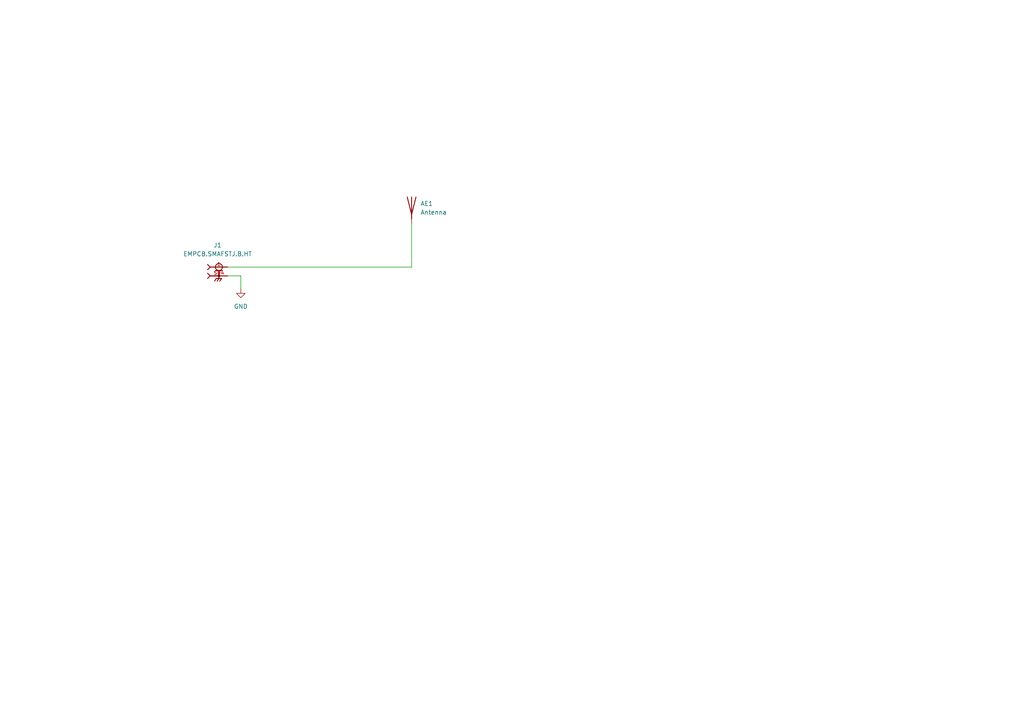
<source format=kicad_sch>
(kicad_sch (version 20231120) (generator "eeschema") (generator_version "8.0")
  (paper "A4")
  (lib_symbols
    (symbol "Device:Antenna" (pin_numbers hide) (pin_names (offset 1.016) hide)
      (property "Reference" "AE" (at -1.905 1.905 0))
      (property "Value" "Antenna" (at -1.905 0 0))
      (symbol "Antenna_0_1"
        (polyline (pts (xy 0 2.54) (xy 0 -3.81)) (stroke (width 0.254)))
        (polyline (pts (xy 1.27 2.54) (xy 0 -2.54) (xy -1.27 2.54)) (stroke (width 0.254)))
      )
      (symbol "Antenna_1_1"
        (pin input line (at 0 -5.08 90) (length 2.54) (name "A") (number "1"))
      )
    )
    (symbol "EMPCB.SMAFSTJ.B.HT:EMPCB.SMAFSTJ.B.HT" (pin_names (offset 1.016))
      (property "Reference" "J1" (at -0.381 8.89 0))
      (property "Value" "EMPCB.SMAFSTJ.B.HT" (at -0.381 6.35 0))
      (symbol "EMPCB.SMAFSTJ.B.HT_0_0"
        (polyline (pts (xy -3.302 -0.762) (xy -2.54 0)) (stroke (width 0.254)))
        (polyline (pts (xy -3.302 0.762) (xy -2.54 0)) (stroke (width 0.254)))
        (polyline (pts (xy -3.302 1.778) (xy -2.54 2.54)) (stroke (width 0.254)))
        (polyline (pts (xy -3.302 3.302) (xy -2.54 2.54)) (stroke (width 0.254)))
        (polyline (pts (xy -2.54 0) (xy 0 0)) (stroke (width 0.254)))
        (polyline (pts (xy -2.54 2.54) (xy 2.54 2.54)) (stroke (width 0.254)))
        (polyline (pts (xy -1.016 1.524) (xy 0 1.524)) (stroke (width 0.254)))
        (polyline (pts (xy -0.762 -0.762) (xy -1.27 -1.524)) (stroke (width 0.254)))
        (polyline (pts (xy 0 -0.762) (xy -0.762 -0.762)) (stroke (width 0.254)))
        (polyline (pts (xy 0 -0.762) (xy -0.508 -1.524)) (stroke (width 0.254)))
        (polyline (pts (xy 0 -0.762) (xy 0.762 -0.762)) (stroke (width 0.254)))
        (polyline (pts (xy 0 0) (xy -2.286 0)) (stroke (width 0.254)))
        (polyline (pts (xy 0 0) (xy 0 -0.762)) (stroke (width 0.254)))
        (polyline (pts (xy 0 1.524) (xy 0 0)) (stroke (width 0.254)))
        (polyline (pts (xy 0 1.524) (xy 1.016 1.524)) (stroke (width 0.254)))
        (polyline (pts (xy 0.762 -0.762) (xy 0.254 -1.524)) (stroke (width 0.254)))
        (polyline (pts (xy 2.54 0) (xy 0 0)) (stroke (width 0.254)))
        (circle (center 0 0) (radius 0.254) (stroke (width 0.254)))
        (circle (center 0 2.54) (radius 1.016) (stroke (width 0.254)))
        (pin passive line (at 2.54 2.54 180) (length 5.08) (name "~") (number "1"))
      )
      (symbol "EMPCB.SMAFSTJ.B.HT_1_0"
        (pin passive line (at 2.54 0 180) (length 5.08) hide (name "~") (number "SH1"))
        (pin passive line (at 2.54 0 180) (length 5.08) hide (name "~") (number "SH2"))
        (pin passive line (at 2.54 0 180) (length 5.08) hide (name "~") (number "SH3"))
        (pin passive line (at 2.54 0 180) (length 5.08) (name "~") (number "SH4"))
      )
    )
    (symbol "power:GND" (power) (pin_numbers hide) (pin_names (offset 0) hide)
      (property "Value" "GND" (at 0 -3.81 0))
      (symbol "GND_0_1"
        (polyline (pts (xy 0 0) (xy 0 -1.27) (xy 1.27 -1.27) (xy 0 -2.54) (xy -1.27 -1.27) (xy 0 -1.27)))
      )
      (symbol "GND_1_1"
        (pin power_in line (at 0 0 270) (length 0) (name "~") (number "1"))
      )
    )
  )
  (wire (pts (xy 69.85 83.82) (xy 69.85 80.01)))
  (wire (pts (xy 66.04 77.47) (xy 119.38 77.47)))
  (wire (pts (xy 69.85 80.01) (xy 66.04 80.01)))
  (wire (pts (xy 119.38 77.47) (xy 119.38 64.77)))
  (symbol (lib_id "Device:Antenna") (at 119.38 59.69 0) (unit 1)
    (property "Reference" "AE1" (at 121.92 59.0549 0) (effects (justify left)))
    (property "Value" "Antenna" (at 121.92 61.5949 0) (effects (justify left)))
    (property "Footprint" "Custom_Parts:2.4GHz_Patch" (effects (hide yes)))
    (property "Description" "Antenna" (effects (hide yes)))
  )
  (symbol (lib_id "power:GND") (at 69.85 83.82 0) (unit 1)
    (property "Reference" "#PWR01" (effects (hide yes)))
    (property "Value" "GND" (at 69.85 88.9 0))
    (property "Description" "Power symbol creates a global label with name \"GND\" , ground" (effects (hide yes)))
  )
  (symbol (lib_id "EMPCB.SMAFSTJ.B.HT:EMPCB.SMAFSTJ.B.HT") (at 63.5 80.01 0) (unit 1)
    (property "Reference" "J1" (at 63.119 71.12 0))
    (property "Value" "EMPCB.SMAFSTJ.B.HT" (at 63.119 73.66 0))
    (property "Footprint" "SMA_Connector:TAOGLAS_EMPCB.SMAFSTJ.B.HT" (effects (hide yes)))
    (property "MANUFACTURER" "TAOGLAS" (effects (hide yes)))
    (property "STANDARD" "Manufacturer Recommendation" (effects (hide yes)))
  )
)
</source>
